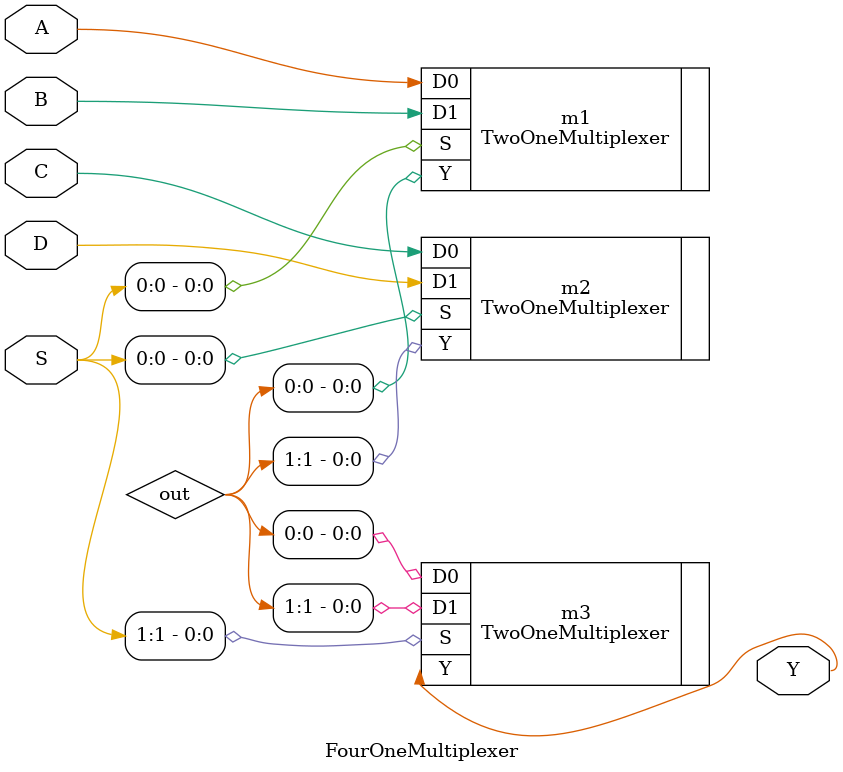
<source format=v>
`timescale 1ns / 1ps


module FourOneMultiplexer(
    //Have 4 inputs for multiplexer, per the specification
    //Again not using a bus because in the next step I need to set C and D differently
    input A,
    input B,
    input C,
    input D,
    //Need two signal inputs for this multiplexer so using a bus
    input [1:0]S,
    output Y
    );
    //Need internal wire for output to connect output from two multiplexers to third multiplexer
    wire [1:0]out;
    //In the parenthesis is from the current file
    //Next to the period is from the referenced file
    //First two multiplexers take in same selection bit, last multiplexer takes in other selection bit
    TwoOneMultiplexer m1(.S(S[0]),.D0(A),.D1(B),.Y(out[0]));
    TwoOneMultiplexer m2(.S(S[0]),.D0(C),.D1(D),.Y(out[1]));
    TwoOneMultiplexer m3(.S(S[1]),.D0(out[0]),.D1(out[1]),.Y(Y));
endmodule

</source>
